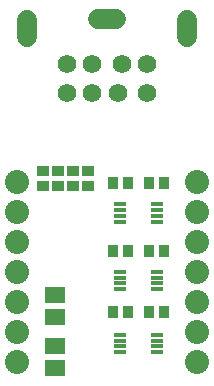
<source format=gbr>
G04 EAGLE Gerber RS-274X export*
G75*
%MOMM*%
%FSLAX34Y34*%
%LPD*%
%INSoldermask Top*%
%IPPOS*%
%AMOC8*
5,1,8,0,0,1.08239X$1,22.5*%
G01*
%ADD10R,1.002400X0.452400*%
%ADD11C,1.560400*%
%ADD12C,1.652400*%
%ADD13R,0.852400X1.052400*%
%ADD14R,1.052400X0.852400*%
%ADD15R,1.652400X1.452400*%
%ADD16C,2.032000*%


D10*
X108710Y46870D03*
X108710Y41870D03*
X108710Y36870D03*
X108710Y31870D03*
X140210Y31870D03*
X140210Y36870D03*
X140210Y41870D03*
X140210Y46870D03*
D11*
X84790Y276148D03*
X110790Y276148D03*
X63790Y276148D03*
X84790Y251148D03*
X131790Y276148D03*
X63790Y251148D03*
X106790Y251148D03*
X131790Y251148D03*
D12*
X105290Y314148D02*
X90290Y314148D01*
X30290Y313648D02*
X30290Y298648D01*
X165290Y298648D02*
X165290Y313648D01*
D10*
X108710Y100210D03*
X108710Y95210D03*
X108710Y90210D03*
X108710Y85210D03*
X140210Y85210D03*
X140210Y90210D03*
X140210Y95210D03*
X140210Y100210D03*
D13*
X102720Y66040D03*
X115720Y66040D03*
X146200Y66040D03*
X133200Y66040D03*
X102720Y118110D03*
X115720Y118110D03*
X146200Y118110D03*
X133200Y118110D03*
D14*
X55880Y172570D03*
X55880Y185570D03*
X43180Y172570D03*
X43180Y185570D03*
X68580Y172570D03*
X68580Y185570D03*
X81280Y172570D03*
X81280Y185570D03*
D10*
X108710Y157360D03*
X108710Y152360D03*
X108710Y147360D03*
X108710Y142360D03*
X140210Y142360D03*
X140210Y147360D03*
X140210Y152360D03*
X140210Y157360D03*
D13*
X102720Y175260D03*
X115720Y175260D03*
X146200Y175260D03*
X133200Y175260D03*
D15*
X53340Y18440D03*
X53340Y37440D03*
D16*
X173990Y176530D03*
X173990Y151130D03*
X173990Y125730D03*
X173990Y100330D03*
X173990Y74930D03*
X173990Y49530D03*
X173990Y24130D03*
X21590Y176530D03*
X21590Y151130D03*
X21590Y125730D03*
X21590Y100330D03*
X21590Y74930D03*
X21590Y49530D03*
X21590Y24130D03*
D15*
X53340Y80620D03*
X53340Y61620D03*
M02*

</source>
